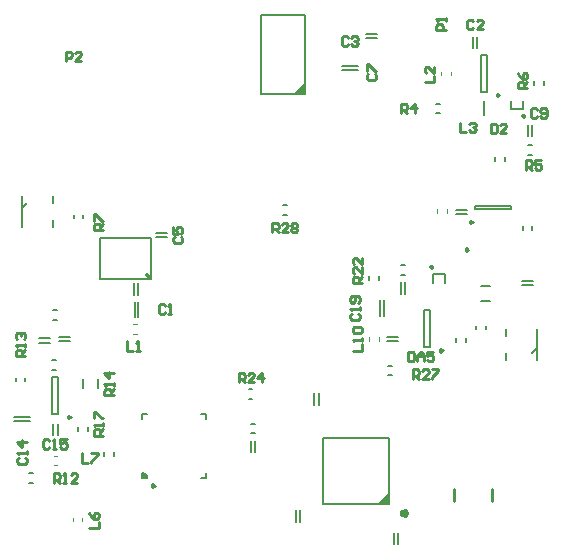
<source format=gto>
G04 Layer_Color=65535*
%FSLAX44Y44*%
%MOMM*%
G71*
G01*
G75*
%ADD39C,0.2000*%
%ADD40C,0.3000*%
%ADD56C,0.2500*%
%ADD57C,0.3810*%
%ADD58C,0.1270*%
%ADD59C,0.1524*%
%ADD60C,0.2032*%
%ADD61C,0.1016*%
%ADD62C,0.2540*%
%ADD63C,0.3500*%
G36*
X331940Y-431940D02*
X321940D01*
X331940Y-421940D01*
Y-431940D01*
D02*
G37*
G36*
X127250Y-408510D02*
Y-410000D01*
X123000D01*
Y-405750D01*
X124490D01*
X127250Y-408510D01*
D02*
G37*
G36*
X260500Y-84500D02*
X250500D01*
X260500Y-74500D01*
Y-84500D01*
D02*
G37*
D39*
X127250Y-410000D02*
X126681Y-407875D01*
X125125Y-406319D01*
X123000Y-405750D01*
X177000Y-410000D02*
Y-405750D01*
X172750Y-410000D02*
X177000D01*
Y-360250D02*
Y-356000D01*
X172750D02*
X177000D01*
X123000D02*
X127250D01*
X123000Y-360250D02*
Y-356000D01*
Y-410000D02*
Y-405750D01*
Y-410000D02*
X127250D01*
X434920Y-97540D02*
X445080D01*
X409500Y-83000D02*
Y-52000D01*
X414500Y-83000D02*
Y-52000D01*
X409500D02*
X414500D01*
X409500Y-83000D02*
X414500D01*
X260500Y-84500D02*
Y-17500D01*
X223500D02*
X260500D01*
X223500Y-84500D02*
Y-17500D01*
Y-84500D02*
X260500D01*
X46500Y-355500D02*
Y-324500D01*
X51500Y-355500D02*
Y-324500D01*
X46500D02*
X51500D01*
X46500Y-355500D02*
X51500D01*
X361500Y-299000D02*
Y-268000D01*
X366500Y-299000D02*
Y-268000D01*
X361500D02*
X366500D01*
X361500Y-299000D02*
X366500D01*
X21000Y-181250D02*
X25000Y-177250D01*
X21000Y-197250D02*
Y-171250D01*
X47000Y-197250D02*
Y-191250D01*
Y-177250D02*
Y-171250D01*
X453000Y-304000D02*
X457000Y-300000D01*
Y-310000D02*
Y-284000D01*
X431000Y-290000D02*
Y-284000D01*
Y-310000D02*
Y-304000D01*
X412000Y-103000D02*
Y-91000D01*
X404500Y-182500D02*
Y-179500D01*
X435500Y-182500D02*
Y-179500D01*
X404500Y-182500D02*
X435500D01*
X404500Y-179500D02*
X435500D01*
X368920Y-237460D02*
X379080D01*
D40*
X127000Y-238000D02*
X129000Y-240000D01*
D56*
X133370Y-416500D02*
X131495Y-415417D01*
Y-417583D01*
X133370Y-416500D01*
X425250Y-85750D02*
X423375Y-84667D01*
Y-86833D01*
X425250Y-85750D01*
X62250Y-358250D02*
X60375Y-357168D01*
Y-359333D01*
X62250Y-358250D01*
X377250Y-301750D02*
X375375Y-300667D01*
Y-302833D01*
X377250Y-301750D01*
X398745Y-216500D02*
X396870Y-215417D01*
Y-217582D01*
X398745Y-216500D01*
X402750Y-193000D02*
X400875Y-191917D01*
Y-194083D01*
X402750Y-193000D01*
D57*
X346545Y-439560D02*
X345229Y-437748D01*
X343099Y-438440D01*
Y-440680D01*
X345229Y-441372D01*
X346545Y-439560D01*
D58*
X90936Y-391024D02*
Y-387976D01*
X99064Y-391024D02*
Y-387976D01*
X272278Y-347762D02*
Y-338238D01*
X268722Y-347762D02*
Y-338238D01*
X336222Y-465762D02*
Y-456238D01*
X339778Y-465762D02*
Y-456238D01*
X252722Y-446762D02*
Y-437238D01*
X256278Y-446762D02*
Y-437238D01*
X214976Y-363936D02*
X218024D01*
X214976Y-372064D02*
X218024D01*
X218278Y-387762D02*
Y-378238D01*
X214722Y-387762D02*
Y-378238D01*
X242476Y-187064D02*
X245524D01*
X242476Y-178936D02*
X245524D01*
X119496Y-273512D02*
Y-260488D01*
X116504Y-273512D02*
Y-260488D01*
X406278Y-45762D02*
Y-36238D01*
X402722Y-45762D02*
Y-36238D01*
X312238Y-37278D02*
X321762D01*
X312238Y-33722D02*
X321762D01*
X115722Y-254762D02*
Y-245238D01*
X119278Y-254762D02*
Y-245238D01*
X134238Y-202722D02*
X143762D01*
X134238Y-206278D02*
X143762D01*
X292488Y-61504D02*
X305512D01*
X292488Y-64496D02*
X305512D01*
X453278Y-120762D02*
Y-111238D01*
X449722Y-120762D02*
Y-111238D01*
X35238Y-295278D02*
X44762D01*
X35238Y-291722D02*
X44762D01*
X52238Y-294278D02*
X61762D01*
X52238Y-290722D02*
X61762D01*
X14488Y-361496D02*
X27512D01*
X14488Y-358504D02*
X27512D01*
X47722Y-373762D02*
Y-364238D01*
X51278Y-373762D02*
Y-364238D01*
X388238Y-182722D02*
X397762D01*
X388238Y-186278D02*
X397762D01*
X444238Y-246778D02*
X453762D01*
X444238Y-243222D02*
X453762D01*
X324504Y-272512D02*
Y-259488D01*
X327496Y-272512D02*
Y-259488D01*
X341722Y-253762D02*
Y-244238D01*
X345278Y-253762D02*
Y-244238D01*
X330238Y-290222D02*
X339762D01*
X330238Y-293778D02*
X339762D01*
X445080Y-97540D02*
Y-90500D01*
X434920Y-97540D02*
Y-90500D01*
X371976Y-92936D02*
X375024D01*
X371976Y-101064D02*
X375024D01*
X449976Y-136064D02*
X453024D01*
X449976Y-127936D02*
X453024D01*
X454936Y-77024D02*
Y-73976D01*
X463064Y-77024D02*
Y-73976D01*
X73064Y-190024D02*
Y-186976D01*
X64936Y-190024D02*
Y-186976D01*
X47476Y-276064D02*
X50524D01*
X47476Y-267936D02*
X50524D01*
X27476Y-405936D02*
X30524D01*
X27476Y-414064D02*
X30524D01*
X24064Y-328024D02*
Y-324976D01*
X15936Y-328024D02*
Y-324976D01*
X72650Y-333810D02*
Y-326190D01*
X85350Y-333810D02*
Y-326190D01*
X46976Y-318064D02*
X50024D01*
X46976Y-309936D02*
X50024D01*
X430064Y-141524D02*
Y-138476D01*
X421936Y-141524D02*
Y-138476D01*
X68936Y-370024D02*
Y-366976D01*
X77064Y-370024D02*
Y-366976D01*
X444936Y-200024D02*
Y-196976D01*
X453064Y-200024D02*
Y-196976D01*
X410190Y-260350D02*
X417810D01*
X410190Y-247650D02*
X417810D01*
X405936Y-284024D02*
Y-280976D01*
X414064Y-284024D02*
Y-280976D01*
X314936Y-242024D02*
Y-238976D01*
X323064Y-242024D02*
Y-238976D01*
X341976Y-238064D02*
X345024D01*
X341976Y-229936D02*
X345024D01*
X212976Y-334936D02*
X216024D01*
X212976Y-343064D02*
X216024D01*
X397064Y-294524D02*
Y-291476D01*
X388936Y-294524D02*
Y-291476D01*
X330976Y-323064D02*
X334024D01*
X330976Y-314936D02*
X334024D01*
X368920Y-244500D02*
Y-237460D01*
X379080Y-244500D02*
Y-237460D01*
D59*
X276060Y-376060D02*
X331940D01*
X276060Y-431940D02*
X331940D01*
X276060D02*
Y-376060D01*
X331940Y-431940D02*
Y-376060D01*
D60*
X87410Y-207000D02*
X130590D01*
X87410Y-241510D02*
Y-207000D01*
X130590Y-241510D02*
Y-207000D01*
X87410Y-241510D02*
X130590D01*
D61*
X115476Y-288064D02*
X118524D01*
X115476Y-279936D02*
X118524D01*
X384064Y-69024D02*
Y-65976D01*
X375936Y-69024D02*
Y-65976D01*
X72064Y-446524D02*
Y-443476D01*
X63936Y-446524D02*
Y-443476D01*
X47976Y-390936D02*
X51024D01*
X47976Y-399064D02*
X51024D01*
X372936Y-185524D02*
Y-182476D01*
X381064Y-185524D02*
Y-182476D01*
X323064Y-293524D02*
Y-290476D01*
X314936Y-293524D02*
Y-290476D01*
D62*
X387000Y-429000D02*
Y-419000D01*
X419500Y-429000D02*
Y-419000D01*
X233000Y-202000D02*
Y-194003D01*
X236999D01*
X238332Y-195336D01*
Y-198001D01*
X236999Y-199334D01*
X233000D01*
X235666D02*
X238332Y-202000D01*
X246329D02*
X240997D01*
X246329Y-196668D01*
Y-195336D01*
X244996Y-194003D01*
X242330D01*
X240997Y-195336D01*
X248995D02*
X250328Y-194003D01*
X252994D01*
X254326Y-195336D01*
Y-196668D01*
X252994Y-198001D01*
X254326Y-199334D01*
Y-200667D01*
X252994Y-202000D01*
X250328D01*
X248995Y-200667D01*
Y-199334D01*
X250328Y-198001D01*
X248995Y-196668D01*
Y-195336D01*
X250328Y-198001D02*
X252994D01*
X352000Y-326000D02*
Y-318003D01*
X355999D01*
X357332Y-319335D01*
Y-322001D01*
X355999Y-323334D01*
X352000D01*
X354666D02*
X357332Y-326000D01*
X365329D02*
X359997D01*
X365329Y-320668D01*
Y-319335D01*
X363996Y-318003D01*
X361330D01*
X359997Y-319335D01*
X367995Y-318003D02*
X373326D01*
Y-319335D01*
X367995Y-324667D01*
Y-326000D01*
X204500Y-329000D02*
Y-321003D01*
X208499D01*
X209832Y-322336D01*
Y-325001D01*
X208499Y-326334D01*
X204500D01*
X207166D02*
X209832Y-329000D01*
X217829D02*
X212497D01*
X217829Y-323668D01*
Y-322336D01*
X216496Y-321003D01*
X213830D01*
X212497Y-322336D01*
X224494Y-329000D02*
Y-321003D01*
X220495Y-325001D01*
X225826D01*
X309000Y-245000D02*
X301003D01*
Y-241001D01*
X302335Y-239668D01*
X305001D01*
X306334Y-241001D01*
Y-245000D01*
Y-242334D02*
X309000Y-239668D01*
Y-231671D02*
Y-237003D01*
X303668Y-231671D01*
X302335D01*
X301003Y-233004D01*
Y-235670D01*
X302335Y-237003D01*
X309000Y-223673D02*
Y-229005D01*
X303668Y-223673D01*
X302335D01*
X301003Y-225006D01*
Y-227672D01*
X302335Y-229005D01*
X90000Y-374000D02*
X82003D01*
Y-370001D01*
X83336Y-368668D01*
X86001D01*
X87334Y-370001D01*
Y-374000D01*
Y-371334D02*
X90000Y-368668D01*
Y-366003D02*
Y-363337D01*
Y-364670D01*
X82003D01*
X83336Y-366003D01*
X82003Y-359338D02*
Y-354006D01*
X83336D01*
X88667Y-359338D01*
X90000D01*
X99000Y-340000D02*
X91003D01*
Y-336001D01*
X92336Y-334668D01*
X95001D01*
X96334Y-336001D01*
Y-340000D01*
Y-337334D02*
X99000Y-334668D01*
Y-332003D02*
Y-329337D01*
Y-330670D01*
X91003D01*
X92336Y-332003D01*
X99000Y-321339D02*
X91003D01*
X95001Y-325338D01*
Y-320006D01*
X24000Y-307000D02*
X16003D01*
Y-303001D01*
X17335Y-301668D01*
X20001D01*
X21334Y-303001D01*
Y-307000D01*
Y-304334D02*
X24000Y-301668D01*
Y-299003D02*
Y-296337D01*
Y-297670D01*
X16003D01*
X17335Y-299003D01*
Y-292338D02*
X16003Y-291005D01*
Y-288339D01*
X17335Y-287006D01*
X18668D01*
X20001Y-288339D01*
Y-289672D01*
Y-288339D01*
X21334Y-287006D01*
X22667D01*
X24000Y-288339D01*
Y-291005D01*
X22667Y-292338D01*
X48000Y-414000D02*
Y-406003D01*
X51999D01*
X53332Y-407336D01*
Y-410001D01*
X51999Y-411334D01*
X48000D01*
X50666D02*
X53332Y-414000D01*
X55997D02*
X58663D01*
X57330D01*
Y-406003D01*
X55997Y-407336D01*
X67994Y-414000D02*
X62662D01*
X67994Y-408668D01*
Y-407336D01*
X66661Y-406003D01*
X63995D01*
X62662Y-407336D01*
X90000Y-200000D02*
X82003D01*
Y-196001D01*
X83336Y-194668D01*
X86001D01*
X87334Y-196001D01*
Y-200000D01*
Y-197334D02*
X90000Y-194668D01*
X82003Y-192003D02*
Y-186671D01*
X83336D01*
X88667Y-192003D01*
X90000D01*
X449000Y-80000D02*
X441003D01*
Y-76001D01*
X442336Y-74668D01*
X445001D01*
X446334Y-76001D01*
Y-80000D01*
Y-77334D02*
X449000Y-74668D01*
X441003Y-66671D02*
X442336Y-69337D01*
X445001Y-72003D01*
X447667D01*
X449000Y-70670D01*
Y-68004D01*
X447667Y-66671D01*
X446334D01*
X445001Y-68004D01*
Y-72003D01*
X447500Y-149000D02*
Y-141003D01*
X451499D01*
X452832Y-142336D01*
Y-145001D01*
X451499Y-146334D01*
X447500D01*
X450166D02*
X452832Y-149000D01*
X460829Y-141003D02*
X455497D01*
Y-145001D01*
X458163Y-143668D01*
X459496D01*
X460829Y-145001D01*
Y-147667D01*
X459496Y-149000D01*
X456830D01*
X455497Y-147667D01*
X342000Y-101000D02*
Y-93003D01*
X345999D01*
X347332Y-94335D01*
Y-97001D01*
X345999Y-98334D01*
X342000D01*
X344666D02*
X347332Y-101000D01*
X353996D02*
Y-93003D01*
X349997Y-97001D01*
X355329D01*
X58000Y-57000D02*
Y-49003D01*
X61999D01*
X63332Y-50335D01*
Y-53001D01*
X61999Y-54334D01*
X58000D01*
X71329Y-57000D02*
X65997D01*
X71329Y-51668D01*
Y-50335D01*
X69996Y-49003D01*
X67330D01*
X65997Y-50335D01*
X380000Y-31000D02*
X372003D01*
Y-27001D01*
X373335Y-25668D01*
X376001D01*
X377334Y-27001D01*
Y-31000D01*
X380000Y-23003D02*
Y-20337D01*
Y-21670D01*
X372003D01*
X373335Y-23003D01*
X301003Y-302000D02*
X309000D01*
Y-296668D01*
Y-294003D02*
Y-291337D01*
Y-292670D01*
X301003D01*
X302335Y-294003D01*
Y-287338D02*
X301003Y-286005D01*
Y-283339D01*
X302335Y-282006D01*
X307667D01*
X309000Y-283339D01*
Y-286005D01*
X307667Y-287338D01*
X302335D01*
X72000Y-389003D02*
Y-397000D01*
X77332D01*
X79997Y-389003D02*
X85329D01*
Y-390336D01*
X79997Y-395667D01*
Y-397000D01*
X78003Y-452500D02*
X86000D01*
Y-447168D01*
X78003Y-439171D02*
X79335Y-441837D01*
X82001Y-444503D01*
X84667D01*
X86000Y-443170D01*
Y-440504D01*
X84667Y-439171D01*
X83334D01*
X82001Y-440504D01*
Y-444503D01*
X392000Y-109003D02*
Y-117000D01*
X397332D01*
X399997Y-110336D02*
X401330Y-109003D01*
X403996D01*
X405329Y-110336D01*
Y-111668D01*
X403996Y-113001D01*
X402663D01*
X403996D01*
X405329Y-114334D01*
Y-115667D01*
X403996Y-117000D01*
X401330D01*
X399997Y-115667D01*
X362003Y-75000D02*
X370000D01*
Y-69668D01*
Y-61671D02*
Y-67003D01*
X364668Y-61671D01*
X363335D01*
X362003Y-63004D01*
Y-65670D01*
X363335Y-67003D01*
X110000Y-294003D02*
Y-302000D01*
X115332D01*
X117997D02*
X120663D01*
X119330D01*
Y-294003D01*
X117997Y-295336D01*
X348000Y-303003D02*
Y-311000D01*
X351999D01*
X353332Y-309667D01*
Y-304335D01*
X351999Y-303003D01*
X348000D01*
X355997Y-311000D02*
Y-305668D01*
X358663Y-303003D01*
X361329Y-305668D01*
Y-311000D01*
Y-307001D01*
X355997D01*
X369326Y-303003D02*
X363995D01*
Y-307001D01*
X366661Y-305668D01*
X367994D01*
X369326Y-307001D01*
Y-309667D01*
X367994Y-311000D01*
X365328D01*
X363995Y-309667D01*
X418000Y-110003D02*
Y-118000D01*
X421999D01*
X423332Y-116667D01*
Y-111335D01*
X421999Y-110003D01*
X418000D01*
X431329Y-118000D02*
X425997D01*
X431329Y-112668D01*
Y-111335D01*
X429996Y-110003D01*
X427330D01*
X425997Y-111335D01*
X300336Y-270668D02*
X299003Y-272001D01*
Y-274667D01*
X300336Y-276000D01*
X305667D01*
X307000Y-274667D01*
Y-272001D01*
X305667Y-270668D01*
X307000Y-268003D02*
Y-265337D01*
Y-266670D01*
X299003D01*
X300336Y-268003D01*
X305667Y-261338D02*
X307000Y-260005D01*
Y-257339D01*
X305667Y-256006D01*
X300336D01*
X299003Y-257339D01*
Y-260005D01*
X300336Y-261338D01*
X301668D01*
X303001Y-260005D01*
Y-256006D01*
X44332Y-378335D02*
X42999Y-377003D01*
X40333D01*
X39000Y-378335D01*
Y-383667D01*
X40333Y-385000D01*
X42999D01*
X44332Y-383667D01*
X46997Y-385000D02*
X49663D01*
X48330D01*
Y-377003D01*
X46997Y-378335D01*
X58994Y-377003D02*
X53662D01*
Y-381001D01*
X56328Y-379668D01*
X57661D01*
X58994Y-381001D01*
Y-383667D01*
X57661Y-385000D01*
X54995D01*
X53662Y-383667D01*
X18335Y-392668D02*
X17003Y-394001D01*
Y-396667D01*
X18335Y-398000D01*
X23667D01*
X25000Y-396667D01*
Y-394001D01*
X23667Y-392668D01*
X25000Y-390003D02*
Y-387337D01*
Y-388670D01*
X17003D01*
X18335Y-390003D01*
X25000Y-379339D02*
X17003D01*
X21001Y-383338D01*
Y-378006D01*
X457332Y-98336D02*
X455999Y-97003D01*
X453333D01*
X452000Y-98336D01*
Y-103667D01*
X453333Y-105000D01*
X455999D01*
X457332Y-103667D01*
X459997D02*
X461330Y-105000D01*
X463996D01*
X465329Y-103667D01*
Y-98336D01*
X463996Y-97003D01*
X461330D01*
X459997Y-98336D01*
Y-99668D01*
X461330Y-101001D01*
X465329D01*
X314335Y-67668D02*
X313003Y-69001D01*
Y-71667D01*
X314335Y-73000D01*
X319667D01*
X321000Y-71667D01*
Y-69001D01*
X319667Y-67668D01*
X313003Y-65003D02*
Y-59671D01*
X314335D01*
X319667Y-65003D01*
X321000D01*
X150336Y-205668D02*
X149003Y-207001D01*
Y-209667D01*
X150336Y-211000D01*
X155667D01*
X157000Y-209667D01*
Y-207001D01*
X155667Y-205668D01*
X149003Y-197671D02*
Y-203003D01*
X153001D01*
X151668Y-200337D01*
Y-199004D01*
X153001Y-197671D01*
X155667D01*
X157000Y-199004D01*
Y-201670D01*
X155667Y-203003D01*
X297332Y-37336D02*
X295999Y-36003D01*
X293333D01*
X292000Y-37336D01*
Y-42667D01*
X293333Y-44000D01*
X295999D01*
X297332Y-42667D01*
X299997Y-37336D02*
X301330Y-36003D01*
X303996D01*
X305329Y-37336D01*
Y-38668D01*
X303996Y-40001D01*
X302663D01*
X303996D01*
X305329Y-41334D01*
Y-42667D01*
X303996Y-44000D01*
X301330D01*
X299997Y-42667D01*
X403332Y-23335D02*
X401999Y-22003D01*
X399333D01*
X398000Y-23335D01*
Y-28667D01*
X399333Y-30000D01*
X401999D01*
X403332Y-28667D01*
X411329Y-30000D02*
X405997D01*
X411329Y-24668D01*
Y-23335D01*
X409996Y-22003D01*
X407330D01*
X405997Y-23335D01*
X142332Y-264335D02*
X140999Y-263003D01*
X138333D01*
X137000Y-264335D01*
Y-269667D01*
X138333Y-271000D01*
X140999D01*
X142332Y-269667D01*
X144997Y-271000D02*
X147663D01*
X146330D01*
Y-263003D01*
X144997Y-264335D01*
D63*
X445488Y-103619D02*
X445869Y-104000D01*
X446250Y-103619D01*
X445869Y-103238D01*
X445488Y-103619D01*
X368512Y-231381D02*
X368131Y-231000D01*
X367750Y-231381D01*
X368131Y-231762D01*
X368512Y-231381D01*
M02*

</source>
